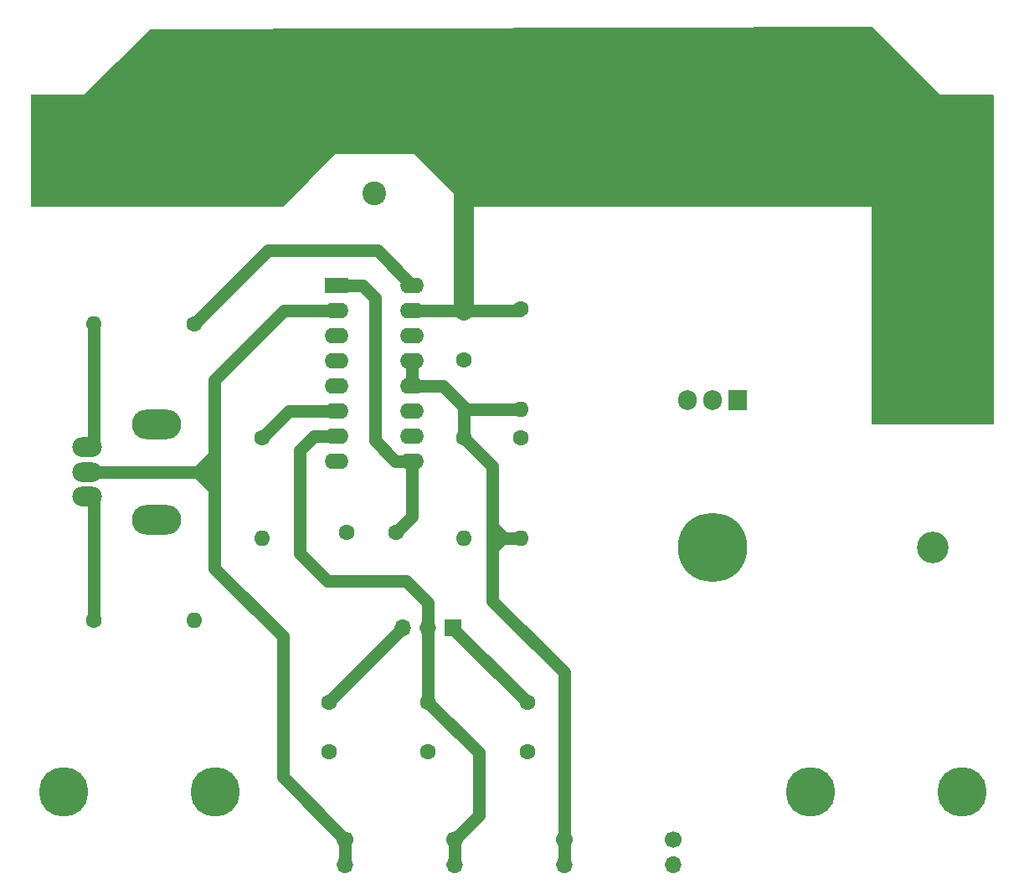
<source format=gbr>
%TF.GenerationSoftware,KiCad,Pcbnew,(6.0.1)*%
%TF.CreationDate,2022-03-16T06:56:20+01:00*%
%TF.ProjectId,Tranzistorski_pretvara_,5472616e-7a69-4737-946f-72736b695f70,rev?*%
%TF.SameCoordinates,Original*%
%TF.FileFunction,Copper,L1,Top*%
%TF.FilePolarity,Positive*%
%FSLAX46Y46*%
G04 Gerber Fmt 4.6, Leading zero omitted, Abs format (unit mm)*
G04 Created by KiCad (PCBNEW (6.0.1)) date 2022-03-16 06:56:20*
%MOMM*%
%LPD*%
G01*
G04 APERTURE LIST*
%TA.AperFunction,ComponentPad*%
%ADD10C,1.600000*%
%TD*%
%TA.AperFunction,ComponentPad*%
%ADD11O,1.600000X1.600000*%
%TD*%
%TA.AperFunction,ComponentPad*%
%ADD12C,5.000000*%
%TD*%
%TA.AperFunction,ComponentPad*%
%ADD13O,5.000000X3.000000*%
%TD*%
%TA.AperFunction,ComponentPad*%
%ADD14O,3.000000X2.000000*%
%TD*%
%TA.AperFunction,ComponentPad*%
%ADD15C,1.700000*%
%TD*%
%TA.AperFunction,ComponentPad*%
%ADD16O,1.700000X1.700000*%
%TD*%
%TA.AperFunction,ComponentPad*%
%ADD17R,3.200000X3.200000*%
%TD*%
%TA.AperFunction,ComponentPad*%
%ADD18O,3.200000X3.200000*%
%TD*%
%TA.AperFunction,ComponentPad*%
%ADD19R,1.905000X2.000000*%
%TD*%
%TA.AperFunction,ComponentPad*%
%ADD20O,1.905000X2.000000*%
%TD*%
%TA.AperFunction,ComponentPad*%
%ADD21C,7.000000*%
%TD*%
%TA.AperFunction,ComponentPad*%
%ADD22R,2.400000X2.400000*%
%TD*%
%TA.AperFunction,ComponentPad*%
%ADD23C,2.400000*%
%TD*%
%TA.AperFunction,ComponentPad*%
%ADD24R,1.700000X1.700000*%
%TD*%
%TA.AperFunction,ComponentPad*%
%ADD25R,2.400000X1.600000*%
%TD*%
%TA.AperFunction,ComponentPad*%
%ADD26O,2.400000X1.600000*%
%TD*%
%TA.AperFunction,Conductor*%
%ADD27C,1.270000*%
%TD*%
%TA.AperFunction,Conductor*%
%ADD28C,2.000000*%
%TD*%
G04 APERTURE END LIST*
D10*
%TO.P,R7,1*%
%TO.N,Net-(Q1-Pad1)*%
X139600000Y-98920000D03*
D11*
%TO.P,R7,2*%
%TO.N,/COL*%
X139600000Y-109080000D03*
%TD*%
D10*
%TO.P,C4,1*%
%TO.N,Net-(C4-Pad1)*%
X126943000Y-108520000D03*
%TO.P,C4,2*%
%TO.N,GND*%
X121943000Y-108520000D03*
%TD*%
D12*
%TO.P,B2,1,Pin_1*%
%TO.N,GND*%
X93350000Y-134750000D03*
X108650000Y-134750000D03*
%TD*%
D10*
%TO.P,C1,1*%
%TO.N,Net-(C1-Pad1)*%
X120200000Y-125700000D03*
%TO.P,C1,2*%
%TO.N,GND*%
X120200000Y-130700000D03*
%TD*%
D12*
%TO.P,B4,1,Pin_1*%
%TO.N,Net-(D2-Pad2)*%
X168850000Y-134750000D03*
X184150000Y-134750000D03*
%TD*%
%TO.P,B3,1,Pin_1*%
%TO.N,VDD*%
X168850000Y-69684785D03*
X184150000Y-69684785D03*
%TD*%
D13*
%TO.P,RV1,*%
%TO.N,*%
X102689500Y-97600000D03*
X102689500Y-107200000D03*
D14*
%TO.P,RV1,1,1*%
%TO.N,Net-(R2-Pad2)*%
X95689500Y-99900000D03*
%TO.P,RV1,2,2*%
%TO.N,/POT*%
X95689500Y-102400000D03*
%TO.P,RV1,3,3*%
%TO.N,Net-(R1-Pad1)*%
X95689500Y-104900000D03*
%TD*%
D10*
%TO.P,R4,1*%
%TO.N,VDD*%
X139600000Y-85920000D03*
D11*
%TO.P,R4,2*%
%TO.N,/COL*%
X139600000Y-96080000D03*
%TD*%
D15*
%TO.P,J3,1,Pin_1*%
%TO.N,/COL*%
X143933332Y-139530000D03*
D16*
X143933332Y-142070000D03*
%TD*%
D10*
%TO.P,R2,1*%
%TO.N,/+5V_REF*%
X106580000Y-87400000D03*
D11*
%TO.P,R2,2*%
%TO.N,Net-(R2-Pad2)*%
X96420000Y-87400000D03*
%TD*%
D10*
%TO.P,C6,1*%
%TO.N,VDD*%
X133800000Y-86020000D03*
%TO.P,C6,2*%
%TO.N,GND*%
X133800000Y-91020000D03*
%TD*%
%TO.P,R3,1*%
%TO.N,Net-(R3-Pad1)*%
X113400000Y-98920000D03*
D11*
%TO.P,R3,2*%
%TO.N,GND*%
X113400000Y-109080000D03*
%TD*%
D17*
%TO.P,D2,1,K*%
%TO.N,VDD*%
X181200000Y-94780000D03*
D18*
%TO.P,D2,2,A*%
%TO.N,Net-(D2-Pad2)*%
X181200000Y-110020000D03*
%TD*%
D16*
%TO.P,J4,1,Pin_1*%
%TO.N,GND*%
X155000000Y-142070000D03*
D15*
X155000000Y-139530000D03*
%TD*%
D10*
%TO.P,R6,1*%
%TO.N,/COL*%
X133800000Y-98920000D03*
D11*
%TO.P,R6,2*%
%TO.N,GND*%
X133800000Y-109080000D03*
%TD*%
D15*
%TO.P,J1,1,Pin_1*%
%TO.N,/POT*%
X121800000Y-139530000D03*
D16*
X121800000Y-142070000D03*
%TD*%
D19*
%TO.P,Q1,1,G*%
%TO.N,Net-(Q1-Pad1)*%
X161500000Y-95100000D03*
D20*
%TO.P,Q1,2,D*%
%TO.N,Net-(D2-Pad2)*%
X158960000Y-95100000D03*
D21*
X158960000Y-109990000D03*
D20*
%TO.P,Q1,3,S*%
%TO.N,GND*%
X156420000Y-95100000D03*
%TD*%
D12*
%TO.P,B1,1,Pin_1*%
%TO.N,VDD*%
X93350000Y-69684785D03*
X108650000Y-69684785D03*
%TD*%
D10*
%TO.P,R1,1*%
%TO.N,Net-(R1-Pad1)*%
X96420000Y-117400000D03*
D11*
%TO.P,R1,2*%
%TO.N,GND*%
X106580000Y-117400000D03*
%TD*%
D22*
%TO.P,C5,1*%
%TO.N,VDD*%
X124743000Y-66704733D03*
D23*
%TO.P,C5,2*%
%TO.N,GND*%
X124743000Y-74204733D03*
%TD*%
D10*
%TO.P,C2,1*%
%TO.N,/CT*%
X130200000Y-125700000D03*
%TO.P,C2,2*%
%TO.N,GND*%
X130200000Y-130700000D03*
%TD*%
D15*
%TO.P,J2,1,Pin_1*%
%TO.N,/CT*%
X132866666Y-139530000D03*
D16*
X132866666Y-142070000D03*
%TD*%
D10*
%TO.P,C3,1*%
%TO.N,Net-(C3-Pad1)*%
X140200000Y-125700000D03*
%TO.P,C3,2*%
%TO.N,GND*%
X140200000Y-130700000D03*
%TD*%
D24*
%TO.P,J5,1,Pin_1*%
%TO.N,Net-(C3-Pad1)*%
X132725000Y-118120000D03*
D16*
%TO.P,J5,2,Pin_2*%
%TO.N,/CT*%
X130185000Y-118120000D03*
%TO.P,J5,3,Pin_3*%
%TO.N,Net-(C1-Pad1)*%
X127645000Y-118120000D03*
%TD*%
D25*
%TO.P,U1,1,INV._INPUT*%
%TO.N,Net-(C4-Pad1)*%
X120943000Y-83520000D03*
D26*
%TO.P,U1,2,NON_INV._INPUT*%
%TO.N,/POT*%
X120943000Y-86060000D03*
%TO.P,U1,3,OSC./SYNC.*%
%TO.N,unconnected-(U1-Pad3)*%
X120943000Y-88600000D03*
%TO.P,U1,4,C.L.(+)SENSE*%
%TO.N,unconnected-(U1-Pad4)*%
X120943000Y-91140000D03*
%TO.P,U1,5,C.L.(-)SENSE*%
%TO.N,unconnected-(U1-Pad5)*%
X120943000Y-93680000D03*
%TO.P,U1,6,RT*%
%TO.N,Net-(R3-Pad1)*%
X120943000Y-96220000D03*
%TO.P,U1,7,CT*%
%TO.N,/CT*%
X120943000Y-98760000D03*
%TO.P,U1,8,GROUND*%
%TO.N,GND*%
X120943000Y-101300000D03*
%TO.P,U1,9,COMPENSATION*%
%TO.N,Net-(C4-Pad1)*%
X128563000Y-101300000D03*
%TO.P,U1,10,SHUTDOWN*%
%TO.N,unconnected-(U1-Pad10)*%
X128563000Y-98760000D03*
%TO.P,U1,11,EMITTER_A*%
%TO.N,GND*%
X128563000Y-96220000D03*
%TO.P,U1,12,COLLECTOR_A*%
%TO.N,/COL*%
X128563000Y-93680000D03*
%TO.P,U1,13,COLLECTOR_B*%
X128563000Y-91140000D03*
%TO.P,U1,14,EMITTER_B*%
%TO.N,GND*%
X128563000Y-88600000D03*
%TO.P,U1,15,+Vi*%
%TO.N,VDD*%
X128563000Y-86060000D03*
%TO.P,U1,16,+5V_REF*%
%TO.N,/+5V_REF*%
X128563000Y-83520000D03*
%TD*%
D27*
%TO.N,Net-(C1-Pad1)*%
X120200000Y-125565000D02*
X127645000Y-118120000D01*
X120200000Y-125700000D02*
X120200000Y-125565000D01*
%TO.N,Net-(C3-Pad1)*%
X132725000Y-118225000D02*
X140200000Y-125700000D01*
X132725000Y-118120000D02*
X132725000Y-118225000D01*
%TO.N,Net-(C4-Pad1)*%
X126900000Y-101300000D02*
X128563000Y-101300000D01*
X128563000Y-101300000D02*
X128563000Y-106900000D01*
X124800000Y-99200000D02*
X126900000Y-101300000D01*
X120943000Y-83520000D02*
X123520000Y-83520000D01*
X128563000Y-106900000D02*
X126943000Y-108520000D01*
X123520000Y-83520000D02*
X124800000Y-84800000D01*
X124800000Y-84800000D02*
X124800000Y-99200000D01*
%TO.N,VDD*%
X139460000Y-86060000D02*
X139600000Y-85920000D01*
X128563000Y-86060000D02*
X139460000Y-86060000D01*
D28*
X129104733Y-66704733D02*
X124743000Y-66704733D01*
X133800000Y-71400000D02*
X129104733Y-66704733D01*
X133800000Y-86020000D02*
X133800000Y-71400000D01*
D27*
%TO.N,/CT*%
X130200000Y-125700000D02*
X130200000Y-118135000D01*
X120943000Y-98760000D02*
X118640000Y-98760000D01*
X135300000Y-137096666D02*
X132866666Y-139530000D01*
X135300000Y-130800000D02*
X135300000Y-137096666D01*
X118640000Y-98760000D02*
X117200000Y-100200000D01*
X130185000Y-115585000D02*
X130185000Y-118120000D01*
X117200000Y-110600000D02*
X120000000Y-113400000D01*
X132866666Y-142070000D02*
X132866666Y-139530000D01*
X130200000Y-125700000D02*
X135300000Y-130800000D01*
X120000000Y-113400000D02*
X128000000Y-113400000D01*
X130200000Y-118135000D02*
X130185000Y-118120000D01*
X128000000Y-113400000D02*
X130185000Y-115585000D01*
X117200000Y-100200000D02*
X117200000Y-110600000D01*
%TO.N,Net-(R1-Pad1)*%
X96420000Y-105630500D02*
X95689500Y-104900000D01*
X96420000Y-117400000D02*
X96420000Y-105630500D01*
%TO.N,Net-(R2-Pad2)*%
X96420000Y-87400000D02*
X96420000Y-99169500D01*
X96420000Y-99169500D02*
X95689500Y-99900000D01*
%TO.N,Net-(R3-Pad1)*%
X113400000Y-98920000D02*
X116100000Y-96220000D01*
X116100000Y-96220000D02*
X120943000Y-96220000D01*
%TO.N,/+5V_REF*%
X113980000Y-80000000D02*
X125043000Y-80000000D01*
X125043000Y-80000000D02*
X128563000Y-83520000D01*
X106580000Y-87400000D02*
X113980000Y-80000000D01*
%TO.N,/POT*%
X120943000Y-86060000D02*
X115640000Y-86060000D01*
X108300000Y-102400000D02*
X108600000Y-102100000D01*
X115640000Y-86060000D02*
X108600000Y-93100000D01*
X115500000Y-133230000D02*
X121800000Y-139530000D01*
X108600000Y-100700000D02*
X106900000Y-102400000D01*
X115500000Y-119000000D02*
X115500000Y-133230000D01*
X106900000Y-102400000D02*
X106800000Y-102400000D01*
X121800000Y-142070000D02*
X121800000Y-139530000D01*
X106800000Y-102400000D02*
X108300000Y-102400000D01*
X108600000Y-102100000D02*
X108600000Y-104100000D01*
X108600000Y-104100000D02*
X108600000Y-112100000D01*
X108600000Y-93100000D02*
X108600000Y-100700000D01*
X106900000Y-102400000D02*
X108600000Y-104100000D01*
X95689500Y-102400000D02*
X106800000Y-102400000D01*
X108600000Y-112100000D02*
X115500000Y-119000000D01*
X108600000Y-100700000D02*
X108600000Y-102100000D01*
%TO.N,/COL*%
X136700000Y-110600000D02*
X136700000Y-109100000D01*
X136720000Y-109080000D02*
X136700000Y-109100000D01*
X134080000Y-96080000D02*
X133800000Y-95800000D01*
X139600000Y-109080000D02*
X137720000Y-109080000D01*
X143933332Y-142070000D02*
X143933332Y-122666668D01*
X137720000Y-108920000D02*
X136700000Y-107900000D01*
X136700000Y-110100000D02*
X136700000Y-110600000D01*
X137720000Y-109080000D02*
X136720000Y-109080000D01*
X136700000Y-101820000D02*
X133800000Y-98920000D01*
X128563000Y-93680000D02*
X131680000Y-93680000D01*
X133800000Y-95800000D02*
X133800000Y-98920000D01*
X128563000Y-91140000D02*
X128563000Y-93680000D01*
X131680000Y-93680000D02*
X133800000Y-95800000D01*
X136700000Y-115433336D02*
X136700000Y-110600000D01*
X143933332Y-122666668D02*
X136700000Y-115433336D01*
X139600000Y-96080000D02*
X134080000Y-96080000D01*
X136700000Y-107900000D02*
X136700000Y-101820000D01*
X137720000Y-109080000D02*
X136700000Y-110100000D01*
X137720000Y-109080000D02*
X137720000Y-108920000D01*
X136700000Y-109100000D02*
X136700000Y-107900000D01*
%TD*%
%TA.AperFunction,Conductor*%
%TO.N,VDD*%
G36*
X175215784Y-57419960D02*
G01*
X175237049Y-57437049D01*
X182000000Y-64200000D01*
X187274000Y-64200000D01*
X187342121Y-64220002D01*
X187388614Y-64273658D01*
X187400000Y-64326000D01*
X187400000Y-97474000D01*
X187379998Y-97542121D01*
X187326342Y-97588614D01*
X187274000Y-97600000D01*
X175126000Y-97600000D01*
X175057879Y-97579998D01*
X175011386Y-97526342D01*
X175000000Y-97474000D01*
X175000000Y-75600000D01*
X134252190Y-75600000D01*
X134184069Y-75579998D01*
X134163095Y-75563095D01*
X128800000Y-70200000D01*
X120800000Y-70200000D01*
X120792859Y-70207416D01*
X115637171Y-75561399D01*
X115575512Y-75596593D01*
X115546411Y-75600000D01*
X90126000Y-75600000D01*
X90057879Y-75579998D01*
X90011386Y-75526342D01*
X90000000Y-75474000D01*
X90000000Y-64326000D01*
X90020002Y-64257879D01*
X90073658Y-64211386D01*
X90126000Y-64200000D01*
X95400000Y-64200000D01*
X102163480Y-57635446D01*
X102226293Y-57602355D01*
X102250891Y-57599861D01*
X175147609Y-57400144D01*
X175215784Y-57419960D01*
G37*
%TD.AperFunction*%
%TD*%
M02*

</source>
